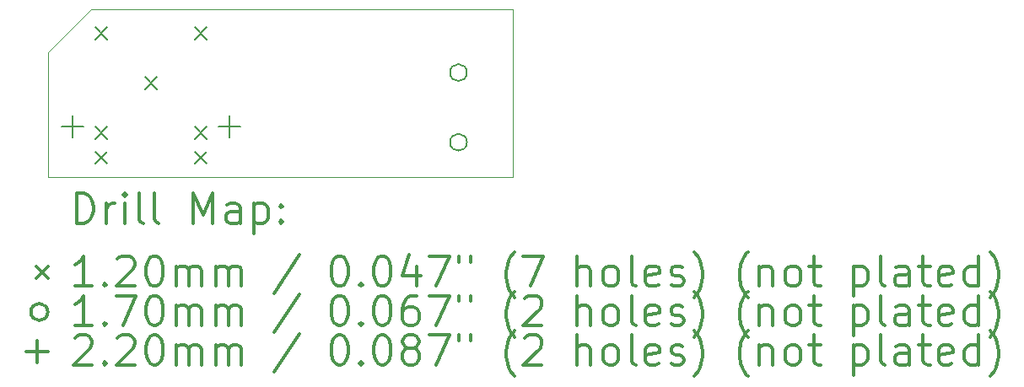
<source format=gbr>
%FSLAX45Y45*%
G04 Gerber Fmt 4.5, Leading zero omitted, Abs format (unit mm)*
G04 Created by KiCad (PCBNEW (5.1.6)-1) date 2024-02-19 11:37:00*
%MOMM*%
%LPD*%
G01*
G04 APERTURE LIST*
%TA.AperFunction,Profile*%
%ADD10C,0.050000*%
%TD*%
%ADD11C,0.200000*%
%ADD12C,0.300000*%
G04 APERTURE END LIST*
D10*
X12700000Y-10179050D02*
X13131800Y-9747250D01*
X12700000Y-11430000D02*
X12700000Y-10179050D01*
X17367250Y-9747250D02*
X13131800Y-9747250D01*
X17367250Y-11430000D02*
X17367250Y-9747250D01*
X12700000Y-11430000D02*
X17367250Y-11430000D01*
D11*
X13175050Y-9930200D02*
X13295050Y-10050200D01*
X13295050Y-9930200D02*
X13175050Y-10050200D01*
X13175050Y-10930200D02*
X13295050Y-11050200D01*
X13295050Y-10930200D02*
X13175050Y-11050200D01*
X13175050Y-11180200D02*
X13295050Y-11300200D01*
X13295050Y-11180200D02*
X13175050Y-11300200D01*
X13675050Y-10430200D02*
X13795050Y-10550200D01*
X13795050Y-10430200D02*
X13675050Y-10550200D01*
X14175050Y-9930200D02*
X14295050Y-10050200D01*
X14295050Y-9930200D02*
X14175050Y-10050200D01*
X14175050Y-10930200D02*
X14295050Y-11050200D01*
X14295050Y-10930200D02*
X14175050Y-11050200D01*
X14175050Y-11180200D02*
X14295050Y-11300200D01*
X14295050Y-11180200D02*
X14175050Y-11300200D01*
X16904450Y-10385050D02*
G75*
G03*
X16904450Y-10385050I-85000J0D01*
G01*
X16904450Y-11085050D02*
G75*
G03*
X16904450Y-11085050I-85000J0D01*
G01*
X12947650Y-10818350D02*
X12947650Y-11038350D01*
X12837650Y-10928350D02*
X13057650Y-10928350D01*
X14522450Y-10818350D02*
X14522450Y-11038350D01*
X14412450Y-10928350D02*
X14632450Y-10928350D01*
D12*
X12983928Y-11898214D02*
X12983928Y-11598214D01*
X13055357Y-11598214D01*
X13098214Y-11612500D01*
X13126786Y-11641071D01*
X13141071Y-11669643D01*
X13155357Y-11726786D01*
X13155357Y-11769643D01*
X13141071Y-11826786D01*
X13126786Y-11855357D01*
X13098214Y-11883929D01*
X13055357Y-11898214D01*
X12983928Y-11898214D01*
X13283928Y-11898214D02*
X13283928Y-11698214D01*
X13283928Y-11755357D02*
X13298214Y-11726786D01*
X13312500Y-11712500D01*
X13341071Y-11698214D01*
X13369643Y-11698214D01*
X13469643Y-11898214D02*
X13469643Y-11698214D01*
X13469643Y-11598214D02*
X13455357Y-11612500D01*
X13469643Y-11626786D01*
X13483928Y-11612500D01*
X13469643Y-11598214D01*
X13469643Y-11626786D01*
X13655357Y-11898214D02*
X13626786Y-11883929D01*
X13612500Y-11855357D01*
X13612500Y-11598214D01*
X13812500Y-11898214D02*
X13783928Y-11883929D01*
X13769643Y-11855357D01*
X13769643Y-11598214D01*
X14155357Y-11898214D02*
X14155357Y-11598214D01*
X14255357Y-11812500D01*
X14355357Y-11598214D01*
X14355357Y-11898214D01*
X14626786Y-11898214D02*
X14626786Y-11741071D01*
X14612500Y-11712500D01*
X14583928Y-11698214D01*
X14526786Y-11698214D01*
X14498214Y-11712500D01*
X14626786Y-11883929D02*
X14598214Y-11898214D01*
X14526786Y-11898214D01*
X14498214Y-11883929D01*
X14483928Y-11855357D01*
X14483928Y-11826786D01*
X14498214Y-11798214D01*
X14526786Y-11783929D01*
X14598214Y-11783929D01*
X14626786Y-11769643D01*
X14769643Y-11698214D02*
X14769643Y-11998214D01*
X14769643Y-11712500D02*
X14798214Y-11698214D01*
X14855357Y-11698214D01*
X14883928Y-11712500D01*
X14898214Y-11726786D01*
X14912500Y-11755357D01*
X14912500Y-11841071D01*
X14898214Y-11869643D01*
X14883928Y-11883929D01*
X14855357Y-11898214D01*
X14798214Y-11898214D01*
X14769643Y-11883929D01*
X15041071Y-11869643D02*
X15055357Y-11883929D01*
X15041071Y-11898214D01*
X15026786Y-11883929D01*
X15041071Y-11869643D01*
X15041071Y-11898214D01*
X15041071Y-11712500D02*
X15055357Y-11726786D01*
X15041071Y-11741071D01*
X15026786Y-11726786D01*
X15041071Y-11712500D01*
X15041071Y-11741071D01*
X12577500Y-12332500D02*
X12697500Y-12452500D01*
X12697500Y-12332500D02*
X12577500Y-12452500D01*
X13141071Y-12528214D02*
X12969643Y-12528214D01*
X13055357Y-12528214D02*
X13055357Y-12228214D01*
X13026786Y-12271071D01*
X12998214Y-12299643D01*
X12969643Y-12313929D01*
X13269643Y-12499643D02*
X13283928Y-12513929D01*
X13269643Y-12528214D01*
X13255357Y-12513929D01*
X13269643Y-12499643D01*
X13269643Y-12528214D01*
X13398214Y-12256786D02*
X13412500Y-12242500D01*
X13441071Y-12228214D01*
X13512500Y-12228214D01*
X13541071Y-12242500D01*
X13555357Y-12256786D01*
X13569643Y-12285357D01*
X13569643Y-12313929D01*
X13555357Y-12356786D01*
X13383928Y-12528214D01*
X13569643Y-12528214D01*
X13755357Y-12228214D02*
X13783928Y-12228214D01*
X13812500Y-12242500D01*
X13826786Y-12256786D01*
X13841071Y-12285357D01*
X13855357Y-12342500D01*
X13855357Y-12413929D01*
X13841071Y-12471071D01*
X13826786Y-12499643D01*
X13812500Y-12513929D01*
X13783928Y-12528214D01*
X13755357Y-12528214D01*
X13726786Y-12513929D01*
X13712500Y-12499643D01*
X13698214Y-12471071D01*
X13683928Y-12413929D01*
X13683928Y-12342500D01*
X13698214Y-12285357D01*
X13712500Y-12256786D01*
X13726786Y-12242500D01*
X13755357Y-12228214D01*
X13983928Y-12528214D02*
X13983928Y-12328214D01*
X13983928Y-12356786D02*
X13998214Y-12342500D01*
X14026786Y-12328214D01*
X14069643Y-12328214D01*
X14098214Y-12342500D01*
X14112500Y-12371071D01*
X14112500Y-12528214D01*
X14112500Y-12371071D02*
X14126786Y-12342500D01*
X14155357Y-12328214D01*
X14198214Y-12328214D01*
X14226786Y-12342500D01*
X14241071Y-12371071D01*
X14241071Y-12528214D01*
X14383928Y-12528214D02*
X14383928Y-12328214D01*
X14383928Y-12356786D02*
X14398214Y-12342500D01*
X14426786Y-12328214D01*
X14469643Y-12328214D01*
X14498214Y-12342500D01*
X14512500Y-12371071D01*
X14512500Y-12528214D01*
X14512500Y-12371071D02*
X14526786Y-12342500D01*
X14555357Y-12328214D01*
X14598214Y-12328214D01*
X14626786Y-12342500D01*
X14641071Y-12371071D01*
X14641071Y-12528214D01*
X15226786Y-12213929D02*
X14969643Y-12599643D01*
X15612500Y-12228214D02*
X15641071Y-12228214D01*
X15669643Y-12242500D01*
X15683928Y-12256786D01*
X15698214Y-12285357D01*
X15712500Y-12342500D01*
X15712500Y-12413929D01*
X15698214Y-12471071D01*
X15683928Y-12499643D01*
X15669643Y-12513929D01*
X15641071Y-12528214D01*
X15612500Y-12528214D01*
X15583928Y-12513929D01*
X15569643Y-12499643D01*
X15555357Y-12471071D01*
X15541071Y-12413929D01*
X15541071Y-12342500D01*
X15555357Y-12285357D01*
X15569643Y-12256786D01*
X15583928Y-12242500D01*
X15612500Y-12228214D01*
X15841071Y-12499643D02*
X15855357Y-12513929D01*
X15841071Y-12528214D01*
X15826786Y-12513929D01*
X15841071Y-12499643D01*
X15841071Y-12528214D01*
X16041071Y-12228214D02*
X16069643Y-12228214D01*
X16098214Y-12242500D01*
X16112500Y-12256786D01*
X16126786Y-12285357D01*
X16141071Y-12342500D01*
X16141071Y-12413929D01*
X16126786Y-12471071D01*
X16112500Y-12499643D01*
X16098214Y-12513929D01*
X16069643Y-12528214D01*
X16041071Y-12528214D01*
X16012500Y-12513929D01*
X15998214Y-12499643D01*
X15983928Y-12471071D01*
X15969643Y-12413929D01*
X15969643Y-12342500D01*
X15983928Y-12285357D01*
X15998214Y-12256786D01*
X16012500Y-12242500D01*
X16041071Y-12228214D01*
X16398214Y-12328214D02*
X16398214Y-12528214D01*
X16326786Y-12213929D02*
X16255357Y-12428214D01*
X16441071Y-12428214D01*
X16526786Y-12228214D02*
X16726786Y-12228214D01*
X16598214Y-12528214D01*
X16826786Y-12228214D02*
X16826786Y-12285357D01*
X16941071Y-12228214D02*
X16941071Y-12285357D01*
X17383928Y-12642500D02*
X17369643Y-12628214D01*
X17341071Y-12585357D01*
X17326786Y-12556786D01*
X17312500Y-12513929D01*
X17298214Y-12442500D01*
X17298214Y-12385357D01*
X17312500Y-12313929D01*
X17326786Y-12271071D01*
X17341071Y-12242500D01*
X17369643Y-12199643D01*
X17383928Y-12185357D01*
X17469643Y-12228214D02*
X17669643Y-12228214D01*
X17541071Y-12528214D01*
X18012500Y-12528214D02*
X18012500Y-12228214D01*
X18141071Y-12528214D02*
X18141071Y-12371071D01*
X18126786Y-12342500D01*
X18098214Y-12328214D01*
X18055357Y-12328214D01*
X18026786Y-12342500D01*
X18012500Y-12356786D01*
X18326786Y-12528214D02*
X18298214Y-12513929D01*
X18283928Y-12499643D01*
X18269643Y-12471071D01*
X18269643Y-12385357D01*
X18283928Y-12356786D01*
X18298214Y-12342500D01*
X18326786Y-12328214D01*
X18369643Y-12328214D01*
X18398214Y-12342500D01*
X18412500Y-12356786D01*
X18426786Y-12385357D01*
X18426786Y-12471071D01*
X18412500Y-12499643D01*
X18398214Y-12513929D01*
X18369643Y-12528214D01*
X18326786Y-12528214D01*
X18598214Y-12528214D02*
X18569643Y-12513929D01*
X18555357Y-12485357D01*
X18555357Y-12228214D01*
X18826786Y-12513929D02*
X18798214Y-12528214D01*
X18741071Y-12528214D01*
X18712500Y-12513929D01*
X18698214Y-12485357D01*
X18698214Y-12371071D01*
X18712500Y-12342500D01*
X18741071Y-12328214D01*
X18798214Y-12328214D01*
X18826786Y-12342500D01*
X18841071Y-12371071D01*
X18841071Y-12399643D01*
X18698214Y-12428214D01*
X18955357Y-12513929D02*
X18983928Y-12528214D01*
X19041071Y-12528214D01*
X19069643Y-12513929D01*
X19083928Y-12485357D01*
X19083928Y-12471071D01*
X19069643Y-12442500D01*
X19041071Y-12428214D01*
X18998214Y-12428214D01*
X18969643Y-12413929D01*
X18955357Y-12385357D01*
X18955357Y-12371071D01*
X18969643Y-12342500D01*
X18998214Y-12328214D01*
X19041071Y-12328214D01*
X19069643Y-12342500D01*
X19183928Y-12642500D02*
X19198214Y-12628214D01*
X19226786Y-12585357D01*
X19241071Y-12556786D01*
X19255357Y-12513929D01*
X19269643Y-12442500D01*
X19269643Y-12385357D01*
X19255357Y-12313929D01*
X19241071Y-12271071D01*
X19226786Y-12242500D01*
X19198214Y-12199643D01*
X19183928Y-12185357D01*
X19726786Y-12642500D02*
X19712500Y-12628214D01*
X19683928Y-12585357D01*
X19669643Y-12556786D01*
X19655357Y-12513929D01*
X19641071Y-12442500D01*
X19641071Y-12385357D01*
X19655357Y-12313929D01*
X19669643Y-12271071D01*
X19683928Y-12242500D01*
X19712500Y-12199643D01*
X19726786Y-12185357D01*
X19841071Y-12328214D02*
X19841071Y-12528214D01*
X19841071Y-12356786D02*
X19855357Y-12342500D01*
X19883928Y-12328214D01*
X19926786Y-12328214D01*
X19955357Y-12342500D01*
X19969643Y-12371071D01*
X19969643Y-12528214D01*
X20155357Y-12528214D02*
X20126786Y-12513929D01*
X20112500Y-12499643D01*
X20098214Y-12471071D01*
X20098214Y-12385357D01*
X20112500Y-12356786D01*
X20126786Y-12342500D01*
X20155357Y-12328214D01*
X20198214Y-12328214D01*
X20226786Y-12342500D01*
X20241071Y-12356786D01*
X20255357Y-12385357D01*
X20255357Y-12471071D01*
X20241071Y-12499643D01*
X20226786Y-12513929D01*
X20198214Y-12528214D01*
X20155357Y-12528214D01*
X20341071Y-12328214D02*
X20455357Y-12328214D01*
X20383928Y-12228214D02*
X20383928Y-12485357D01*
X20398214Y-12513929D01*
X20426786Y-12528214D01*
X20455357Y-12528214D01*
X20783928Y-12328214D02*
X20783928Y-12628214D01*
X20783928Y-12342500D02*
X20812500Y-12328214D01*
X20869643Y-12328214D01*
X20898214Y-12342500D01*
X20912500Y-12356786D01*
X20926786Y-12385357D01*
X20926786Y-12471071D01*
X20912500Y-12499643D01*
X20898214Y-12513929D01*
X20869643Y-12528214D01*
X20812500Y-12528214D01*
X20783928Y-12513929D01*
X21098214Y-12528214D02*
X21069643Y-12513929D01*
X21055357Y-12485357D01*
X21055357Y-12228214D01*
X21341071Y-12528214D02*
X21341071Y-12371071D01*
X21326786Y-12342500D01*
X21298214Y-12328214D01*
X21241071Y-12328214D01*
X21212500Y-12342500D01*
X21341071Y-12513929D02*
X21312500Y-12528214D01*
X21241071Y-12528214D01*
X21212500Y-12513929D01*
X21198214Y-12485357D01*
X21198214Y-12456786D01*
X21212500Y-12428214D01*
X21241071Y-12413929D01*
X21312500Y-12413929D01*
X21341071Y-12399643D01*
X21441071Y-12328214D02*
X21555357Y-12328214D01*
X21483928Y-12228214D02*
X21483928Y-12485357D01*
X21498214Y-12513929D01*
X21526786Y-12528214D01*
X21555357Y-12528214D01*
X21769643Y-12513929D02*
X21741071Y-12528214D01*
X21683928Y-12528214D01*
X21655357Y-12513929D01*
X21641071Y-12485357D01*
X21641071Y-12371071D01*
X21655357Y-12342500D01*
X21683928Y-12328214D01*
X21741071Y-12328214D01*
X21769643Y-12342500D01*
X21783928Y-12371071D01*
X21783928Y-12399643D01*
X21641071Y-12428214D01*
X22041071Y-12528214D02*
X22041071Y-12228214D01*
X22041071Y-12513929D02*
X22012500Y-12528214D01*
X21955357Y-12528214D01*
X21926786Y-12513929D01*
X21912500Y-12499643D01*
X21898214Y-12471071D01*
X21898214Y-12385357D01*
X21912500Y-12356786D01*
X21926786Y-12342500D01*
X21955357Y-12328214D01*
X22012500Y-12328214D01*
X22041071Y-12342500D01*
X22155357Y-12642500D02*
X22169643Y-12628214D01*
X22198214Y-12585357D01*
X22212500Y-12556786D01*
X22226786Y-12513929D01*
X22241071Y-12442500D01*
X22241071Y-12385357D01*
X22226786Y-12313929D01*
X22212500Y-12271071D01*
X22198214Y-12242500D01*
X22169643Y-12199643D01*
X22155357Y-12185357D01*
X12697500Y-12788500D02*
G75*
G03*
X12697500Y-12788500I-85000J0D01*
G01*
X13141071Y-12924214D02*
X12969643Y-12924214D01*
X13055357Y-12924214D02*
X13055357Y-12624214D01*
X13026786Y-12667071D01*
X12998214Y-12695643D01*
X12969643Y-12709929D01*
X13269643Y-12895643D02*
X13283928Y-12909929D01*
X13269643Y-12924214D01*
X13255357Y-12909929D01*
X13269643Y-12895643D01*
X13269643Y-12924214D01*
X13383928Y-12624214D02*
X13583928Y-12624214D01*
X13455357Y-12924214D01*
X13755357Y-12624214D02*
X13783928Y-12624214D01*
X13812500Y-12638500D01*
X13826786Y-12652786D01*
X13841071Y-12681357D01*
X13855357Y-12738500D01*
X13855357Y-12809929D01*
X13841071Y-12867071D01*
X13826786Y-12895643D01*
X13812500Y-12909929D01*
X13783928Y-12924214D01*
X13755357Y-12924214D01*
X13726786Y-12909929D01*
X13712500Y-12895643D01*
X13698214Y-12867071D01*
X13683928Y-12809929D01*
X13683928Y-12738500D01*
X13698214Y-12681357D01*
X13712500Y-12652786D01*
X13726786Y-12638500D01*
X13755357Y-12624214D01*
X13983928Y-12924214D02*
X13983928Y-12724214D01*
X13983928Y-12752786D02*
X13998214Y-12738500D01*
X14026786Y-12724214D01*
X14069643Y-12724214D01*
X14098214Y-12738500D01*
X14112500Y-12767071D01*
X14112500Y-12924214D01*
X14112500Y-12767071D02*
X14126786Y-12738500D01*
X14155357Y-12724214D01*
X14198214Y-12724214D01*
X14226786Y-12738500D01*
X14241071Y-12767071D01*
X14241071Y-12924214D01*
X14383928Y-12924214D02*
X14383928Y-12724214D01*
X14383928Y-12752786D02*
X14398214Y-12738500D01*
X14426786Y-12724214D01*
X14469643Y-12724214D01*
X14498214Y-12738500D01*
X14512500Y-12767071D01*
X14512500Y-12924214D01*
X14512500Y-12767071D02*
X14526786Y-12738500D01*
X14555357Y-12724214D01*
X14598214Y-12724214D01*
X14626786Y-12738500D01*
X14641071Y-12767071D01*
X14641071Y-12924214D01*
X15226786Y-12609929D02*
X14969643Y-12995643D01*
X15612500Y-12624214D02*
X15641071Y-12624214D01*
X15669643Y-12638500D01*
X15683928Y-12652786D01*
X15698214Y-12681357D01*
X15712500Y-12738500D01*
X15712500Y-12809929D01*
X15698214Y-12867071D01*
X15683928Y-12895643D01*
X15669643Y-12909929D01*
X15641071Y-12924214D01*
X15612500Y-12924214D01*
X15583928Y-12909929D01*
X15569643Y-12895643D01*
X15555357Y-12867071D01*
X15541071Y-12809929D01*
X15541071Y-12738500D01*
X15555357Y-12681357D01*
X15569643Y-12652786D01*
X15583928Y-12638500D01*
X15612500Y-12624214D01*
X15841071Y-12895643D02*
X15855357Y-12909929D01*
X15841071Y-12924214D01*
X15826786Y-12909929D01*
X15841071Y-12895643D01*
X15841071Y-12924214D01*
X16041071Y-12624214D02*
X16069643Y-12624214D01*
X16098214Y-12638500D01*
X16112500Y-12652786D01*
X16126786Y-12681357D01*
X16141071Y-12738500D01*
X16141071Y-12809929D01*
X16126786Y-12867071D01*
X16112500Y-12895643D01*
X16098214Y-12909929D01*
X16069643Y-12924214D01*
X16041071Y-12924214D01*
X16012500Y-12909929D01*
X15998214Y-12895643D01*
X15983928Y-12867071D01*
X15969643Y-12809929D01*
X15969643Y-12738500D01*
X15983928Y-12681357D01*
X15998214Y-12652786D01*
X16012500Y-12638500D01*
X16041071Y-12624214D01*
X16398214Y-12624214D02*
X16341071Y-12624214D01*
X16312500Y-12638500D01*
X16298214Y-12652786D01*
X16269643Y-12695643D01*
X16255357Y-12752786D01*
X16255357Y-12867071D01*
X16269643Y-12895643D01*
X16283928Y-12909929D01*
X16312500Y-12924214D01*
X16369643Y-12924214D01*
X16398214Y-12909929D01*
X16412500Y-12895643D01*
X16426786Y-12867071D01*
X16426786Y-12795643D01*
X16412500Y-12767071D01*
X16398214Y-12752786D01*
X16369643Y-12738500D01*
X16312500Y-12738500D01*
X16283928Y-12752786D01*
X16269643Y-12767071D01*
X16255357Y-12795643D01*
X16526786Y-12624214D02*
X16726786Y-12624214D01*
X16598214Y-12924214D01*
X16826786Y-12624214D02*
X16826786Y-12681357D01*
X16941071Y-12624214D02*
X16941071Y-12681357D01*
X17383928Y-13038500D02*
X17369643Y-13024214D01*
X17341071Y-12981357D01*
X17326786Y-12952786D01*
X17312500Y-12909929D01*
X17298214Y-12838500D01*
X17298214Y-12781357D01*
X17312500Y-12709929D01*
X17326786Y-12667071D01*
X17341071Y-12638500D01*
X17369643Y-12595643D01*
X17383928Y-12581357D01*
X17483928Y-12652786D02*
X17498214Y-12638500D01*
X17526786Y-12624214D01*
X17598214Y-12624214D01*
X17626786Y-12638500D01*
X17641071Y-12652786D01*
X17655357Y-12681357D01*
X17655357Y-12709929D01*
X17641071Y-12752786D01*
X17469643Y-12924214D01*
X17655357Y-12924214D01*
X18012500Y-12924214D02*
X18012500Y-12624214D01*
X18141071Y-12924214D02*
X18141071Y-12767071D01*
X18126786Y-12738500D01*
X18098214Y-12724214D01*
X18055357Y-12724214D01*
X18026786Y-12738500D01*
X18012500Y-12752786D01*
X18326786Y-12924214D02*
X18298214Y-12909929D01*
X18283928Y-12895643D01*
X18269643Y-12867071D01*
X18269643Y-12781357D01*
X18283928Y-12752786D01*
X18298214Y-12738500D01*
X18326786Y-12724214D01*
X18369643Y-12724214D01*
X18398214Y-12738500D01*
X18412500Y-12752786D01*
X18426786Y-12781357D01*
X18426786Y-12867071D01*
X18412500Y-12895643D01*
X18398214Y-12909929D01*
X18369643Y-12924214D01*
X18326786Y-12924214D01*
X18598214Y-12924214D02*
X18569643Y-12909929D01*
X18555357Y-12881357D01*
X18555357Y-12624214D01*
X18826786Y-12909929D02*
X18798214Y-12924214D01*
X18741071Y-12924214D01*
X18712500Y-12909929D01*
X18698214Y-12881357D01*
X18698214Y-12767071D01*
X18712500Y-12738500D01*
X18741071Y-12724214D01*
X18798214Y-12724214D01*
X18826786Y-12738500D01*
X18841071Y-12767071D01*
X18841071Y-12795643D01*
X18698214Y-12824214D01*
X18955357Y-12909929D02*
X18983928Y-12924214D01*
X19041071Y-12924214D01*
X19069643Y-12909929D01*
X19083928Y-12881357D01*
X19083928Y-12867071D01*
X19069643Y-12838500D01*
X19041071Y-12824214D01*
X18998214Y-12824214D01*
X18969643Y-12809929D01*
X18955357Y-12781357D01*
X18955357Y-12767071D01*
X18969643Y-12738500D01*
X18998214Y-12724214D01*
X19041071Y-12724214D01*
X19069643Y-12738500D01*
X19183928Y-13038500D02*
X19198214Y-13024214D01*
X19226786Y-12981357D01*
X19241071Y-12952786D01*
X19255357Y-12909929D01*
X19269643Y-12838500D01*
X19269643Y-12781357D01*
X19255357Y-12709929D01*
X19241071Y-12667071D01*
X19226786Y-12638500D01*
X19198214Y-12595643D01*
X19183928Y-12581357D01*
X19726786Y-13038500D02*
X19712500Y-13024214D01*
X19683928Y-12981357D01*
X19669643Y-12952786D01*
X19655357Y-12909929D01*
X19641071Y-12838500D01*
X19641071Y-12781357D01*
X19655357Y-12709929D01*
X19669643Y-12667071D01*
X19683928Y-12638500D01*
X19712500Y-12595643D01*
X19726786Y-12581357D01*
X19841071Y-12724214D02*
X19841071Y-12924214D01*
X19841071Y-12752786D02*
X19855357Y-12738500D01*
X19883928Y-12724214D01*
X19926786Y-12724214D01*
X19955357Y-12738500D01*
X19969643Y-12767071D01*
X19969643Y-12924214D01*
X20155357Y-12924214D02*
X20126786Y-12909929D01*
X20112500Y-12895643D01*
X20098214Y-12867071D01*
X20098214Y-12781357D01*
X20112500Y-12752786D01*
X20126786Y-12738500D01*
X20155357Y-12724214D01*
X20198214Y-12724214D01*
X20226786Y-12738500D01*
X20241071Y-12752786D01*
X20255357Y-12781357D01*
X20255357Y-12867071D01*
X20241071Y-12895643D01*
X20226786Y-12909929D01*
X20198214Y-12924214D01*
X20155357Y-12924214D01*
X20341071Y-12724214D02*
X20455357Y-12724214D01*
X20383928Y-12624214D02*
X20383928Y-12881357D01*
X20398214Y-12909929D01*
X20426786Y-12924214D01*
X20455357Y-12924214D01*
X20783928Y-12724214D02*
X20783928Y-13024214D01*
X20783928Y-12738500D02*
X20812500Y-12724214D01*
X20869643Y-12724214D01*
X20898214Y-12738500D01*
X20912500Y-12752786D01*
X20926786Y-12781357D01*
X20926786Y-12867071D01*
X20912500Y-12895643D01*
X20898214Y-12909929D01*
X20869643Y-12924214D01*
X20812500Y-12924214D01*
X20783928Y-12909929D01*
X21098214Y-12924214D02*
X21069643Y-12909929D01*
X21055357Y-12881357D01*
X21055357Y-12624214D01*
X21341071Y-12924214D02*
X21341071Y-12767071D01*
X21326786Y-12738500D01*
X21298214Y-12724214D01*
X21241071Y-12724214D01*
X21212500Y-12738500D01*
X21341071Y-12909929D02*
X21312500Y-12924214D01*
X21241071Y-12924214D01*
X21212500Y-12909929D01*
X21198214Y-12881357D01*
X21198214Y-12852786D01*
X21212500Y-12824214D01*
X21241071Y-12809929D01*
X21312500Y-12809929D01*
X21341071Y-12795643D01*
X21441071Y-12724214D02*
X21555357Y-12724214D01*
X21483928Y-12624214D02*
X21483928Y-12881357D01*
X21498214Y-12909929D01*
X21526786Y-12924214D01*
X21555357Y-12924214D01*
X21769643Y-12909929D02*
X21741071Y-12924214D01*
X21683928Y-12924214D01*
X21655357Y-12909929D01*
X21641071Y-12881357D01*
X21641071Y-12767071D01*
X21655357Y-12738500D01*
X21683928Y-12724214D01*
X21741071Y-12724214D01*
X21769643Y-12738500D01*
X21783928Y-12767071D01*
X21783928Y-12795643D01*
X21641071Y-12824214D01*
X22041071Y-12924214D02*
X22041071Y-12624214D01*
X22041071Y-12909929D02*
X22012500Y-12924214D01*
X21955357Y-12924214D01*
X21926786Y-12909929D01*
X21912500Y-12895643D01*
X21898214Y-12867071D01*
X21898214Y-12781357D01*
X21912500Y-12752786D01*
X21926786Y-12738500D01*
X21955357Y-12724214D01*
X22012500Y-12724214D01*
X22041071Y-12738500D01*
X22155357Y-13038500D02*
X22169643Y-13024214D01*
X22198214Y-12981357D01*
X22212500Y-12952786D01*
X22226786Y-12909929D01*
X22241071Y-12838500D01*
X22241071Y-12781357D01*
X22226786Y-12709929D01*
X22212500Y-12667071D01*
X22198214Y-12638500D01*
X22169643Y-12595643D01*
X22155357Y-12581357D01*
X12587500Y-13074500D02*
X12587500Y-13294500D01*
X12477500Y-13184500D02*
X12697500Y-13184500D01*
X12969643Y-13048786D02*
X12983928Y-13034500D01*
X13012500Y-13020214D01*
X13083928Y-13020214D01*
X13112500Y-13034500D01*
X13126786Y-13048786D01*
X13141071Y-13077357D01*
X13141071Y-13105929D01*
X13126786Y-13148786D01*
X12955357Y-13320214D01*
X13141071Y-13320214D01*
X13269643Y-13291643D02*
X13283928Y-13305929D01*
X13269643Y-13320214D01*
X13255357Y-13305929D01*
X13269643Y-13291643D01*
X13269643Y-13320214D01*
X13398214Y-13048786D02*
X13412500Y-13034500D01*
X13441071Y-13020214D01*
X13512500Y-13020214D01*
X13541071Y-13034500D01*
X13555357Y-13048786D01*
X13569643Y-13077357D01*
X13569643Y-13105929D01*
X13555357Y-13148786D01*
X13383928Y-13320214D01*
X13569643Y-13320214D01*
X13755357Y-13020214D02*
X13783928Y-13020214D01*
X13812500Y-13034500D01*
X13826786Y-13048786D01*
X13841071Y-13077357D01*
X13855357Y-13134500D01*
X13855357Y-13205929D01*
X13841071Y-13263071D01*
X13826786Y-13291643D01*
X13812500Y-13305929D01*
X13783928Y-13320214D01*
X13755357Y-13320214D01*
X13726786Y-13305929D01*
X13712500Y-13291643D01*
X13698214Y-13263071D01*
X13683928Y-13205929D01*
X13683928Y-13134500D01*
X13698214Y-13077357D01*
X13712500Y-13048786D01*
X13726786Y-13034500D01*
X13755357Y-13020214D01*
X13983928Y-13320214D02*
X13983928Y-13120214D01*
X13983928Y-13148786D02*
X13998214Y-13134500D01*
X14026786Y-13120214D01*
X14069643Y-13120214D01*
X14098214Y-13134500D01*
X14112500Y-13163071D01*
X14112500Y-13320214D01*
X14112500Y-13163071D02*
X14126786Y-13134500D01*
X14155357Y-13120214D01*
X14198214Y-13120214D01*
X14226786Y-13134500D01*
X14241071Y-13163071D01*
X14241071Y-13320214D01*
X14383928Y-13320214D02*
X14383928Y-13120214D01*
X14383928Y-13148786D02*
X14398214Y-13134500D01*
X14426786Y-13120214D01*
X14469643Y-13120214D01*
X14498214Y-13134500D01*
X14512500Y-13163071D01*
X14512500Y-13320214D01*
X14512500Y-13163071D02*
X14526786Y-13134500D01*
X14555357Y-13120214D01*
X14598214Y-13120214D01*
X14626786Y-13134500D01*
X14641071Y-13163071D01*
X14641071Y-13320214D01*
X15226786Y-13005929D02*
X14969643Y-13391643D01*
X15612500Y-13020214D02*
X15641071Y-13020214D01*
X15669643Y-13034500D01*
X15683928Y-13048786D01*
X15698214Y-13077357D01*
X15712500Y-13134500D01*
X15712500Y-13205929D01*
X15698214Y-13263071D01*
X15683928Y-13291643D01*
X15669643Y-13305929D01*
X15641071Y-13320214D01*
X15612500Y-13320214D01*
X15583928Y-13305929D01*
X15569643Y-13291643D01*
X15555357Y-13263071D01*
X15541071Y-13205929D01*
X15541071Y-13134500D01*
X15555357Y-13077357D01*
X15569643Y-13048786D01*
X15583928Y-13034500D01*
X15612500Y-13020214D01*
X15841071Y-13291643D02*
X15855357Y-13305929D01*
X15841071Y-13320214D01*
X15826786Y-13305929D01*
X15841071Y-13291643D01*
X15841071Y-13320214D01*
X16041071Y-13020214D02*
X16069643Y-13020214D01*
X16098214Y-13034500D01*
X16112500Y-13048786D01*
X16126786Y-13077357D01*
X16141071Y-13134500D01*
X16141071Y-13205929D01*
X16126786Y-13263071D01*
X16112500Y-13291643D01*
X16098214Y-13305929D01*
X16069643Y-13320214D01*
X16041071Y-13320214D01*
X16012500Y-13305929D01*
X15998214Y-13291643D01*
X15983928Y-13263071D01*
X15969643Y-13205929D01*
X15969643Y-13134500D01*
X15983928Y-13077357D01*
X15998214Y-13048786D01*
X16012500Y-13034500D01*
X16041071Y-13020214D01*
X16312500Y-13148786D02*
X16283928Y-13134500D01*
X16269643Y-13120214D01*
X16255357Y-13091643D01*
X16255357Y-13077357D01*
X16269643Y-13048786D01*
X16283928Y-13034500D01*
X16312500Y-13020214D01*
X16369643Y-13020214D01*
X16398214Y-13034500D01*
X16412500Y-13048786D01*
X16426786Y-13077357D01*
X16426786Y-13091643D01*
X16412500Y-13120214D01*
X16398214Y-13134500D01*
X16369643Y-13148786D01*
X16312500Y-13148786D01*
X16283928Y-13163071D01*
X16269643Y-13177357D01*
X16255357Y-13205929D01*
X16255357Y-13263071D01*
X16269643Y-13291643D01*
X16283928Y-13305929D01*
X16312500Y-13320214D01*
X16369643Y-13320214D01*
X16398214Y-13305929D01*
X16412500Y-13291643D01*
X16426786Y-13263071D01*
X16426786Y-13205929D01*
X16412500Y-13177357D01*
X16398214Y-13163071D01*
X16369643Y-13148786D01*
X16526786Y-13020214D02*
X16726786Y-13020214D01*
X16598214Y-13320214D01*
X16826786Y-13020214D02*
X16826786Y-13077357D01*
X16941071Y-13020214D02*
X16941071Y-13077357D01*
X17383928Y-13434500D02*
X17369643Y-13420214D01*
X17341071Y-13377357D01*
X17326786Y-13348786D01*
X17312500Y-13305929D01*
X17298214Y-13234500D01*
X17298214Y-13177357D01*
X17312500Y-13105929D01*
X17326786Y-13063071D01*
X17341071Y-13034500D01*
X17369643Y-12991643D01*
X17383928Y-12977357D01*
X17483928Y-13048786D02*
X17498214Y-13034500D01*
X17526786Y-13020214D01*
X17598214Y-13020214D01*
X17626786Y-13034500D01*
X17641071Y-13048786D01*
X17655357Y-13077357D01*
X17655357Y-13105929D01*
X17641071Y-13148786D01*
X17469643Y-13320214D01*
X17655357Y-13320214D01*
X18012500Y-13320214D02*
X18012500Y-13020214D01*
X18141071Y-13320214D02*
X18141071Y-13163071D01*
X18126786Y-13134500D01*
X18098214Y-13120214D01*
X18055357Y-13120214D01*
X18026786Y-13134500D01*
X18012500Y-13148786D01*
X18326786Y-13320214D02*
X18298214Y-13305929D01*
X18283928Y-13291643D01*
X18269643Y-13263071D01*
X18269643Y-13177357D01*
X18283928Y-13148786D01*
X18298214Y-13134500D01*
X18326786Y-13120214D01*
X18369643Y-13120214D01*
X18398214Y-13134500D01*
X18412500Y-13148786D01*
X18426786Y-13177357D01*
X18426786Y-13263071D01*
X18412500Y-13291643D01*
X18398214Y-13305929D01*
X18369643Y-13320214D01*
X18326786Y-13320214D01*
X18598214Y-13320214D02*
X18569643Y-13305929D01*
X18555357Y-13277357D01*
X18555357Y-13020214D01*
X18826786Y-13305929D02*
X18798214Y-13320214D01*
X18741071Y-13320214D01*
X18712500Y-13305929D01*
X18698214Y-13277357D01*
X18698214Y-13163071D01*
X18712500Y-13134500D01*
X18741071Y-13120214D01*
X18798214Y-13120214D01*
X18826786Y-13134500D01*
X18841071Y-13163071D01*
X18841071Y-13191643D01*
X18698214Y-13220214D01*
X18955357Y-13305929D02*
X18983928Y-13320214D01*
X19041071Y-13320214D01*
X19069643Y-13305929D01*
X19083928Y-13277357D01*
X19083928Y-13263071D01*
X19069643Y-13234500D01*
X19041071Y-13220214D01*
X18998214Y-13220214D01*
X18969643Y-13205929D01*
X18955357Y-13177357D01*
X18955357Y-13163071D01*
X18969643Y-13134500D01*
X18998214Y-13120214D01*
X19041071Y-13120214D01*
X19069643Y-13134500D01*
X19183928Y-13434500D02*
X19198214Y-13420214D01*
X19226786Y-13377357D01*
X19241071Y-13348786D01*
X19255357Y-13305929D01*
X19269643Y-13234500D01*
X19269643Y-13177357D01*
X19255357Y-13105929D01*
X19241071Y-13063071D01*
X19226786Y-13034500D01*
X19198214Y-12991643D01*
X19183928Y-12977357D01*
X19726786Y-13434500D02*
X19712500Y-13420214D01*
X19683928Y-13377357D01*
X19669643Y-13348786D01*
X19655357Y-13305929D01*
X19641071Y-13234500D01*
X19641071Y-13177357D01*
X19655357Y-13105929D01*
X19669643Y-13063071D01*
X19683928Y-13034500D01*
X19712500Y-12991643D01*
X19726786Y-12977357D01*
X19841071Y-13120214D02*
X19841071Y-13320214D01*
X19841071Y-13148786D02*
X19855357Y-13134500D01*
X19883928Y-13120214D01*
X19926786Y-13120214D01*
X19955357Y-13134500D01*
X19969643Y-13163071D01*
X19969643Y-13320214D01*
X20155357Y-13320214D02*
X20126786Y-13305929D01*
X20112500Y-13291643D01*
X20098214Y-13263071D01*
X20098214Y-13177357D01*
X20112500Y-13148786D01*
X20126786Y-13134500D01*
X20155357Y-13120214D01*
X20198214Y-13120214D01*
X20226786Y-13134500D01*
X20241071Y-13148786D01*
X20255357Y-13177357D01*
X20255357Y-13263071D01*
X20241071Y-13291643D01*
X20226786Y-13305929D01*
X20198214Y-13320214D01*
X20155357Y-13320214D01*
X20341071Y-13120214D02*
X20455357Y-13120214D01*
X20383928Y-13020214D02*
X20383928Y-13277357D01*
X20398214Y-13305929D01*
X20426786Y-13320214D01*
X20455357Y-13320214D01*
X20783928Y-13120214D02*
X20783928Y-13420214D01*
X20783928Y-13134500D02*
X20812500Y-13120214D01*
X20869643Y-13120214D01*
X20898214Y-13134500D01*
X20912500Y-13148786D01*
X20926786Y-13177357D01*
X20926786Y-13263071D01*
X20912500Y-13291643D01*
X20898214Y-13305929D01*
X20869643Y-13320214D01*
X20812500Y-13320214D01*
X20783928Y-13305929D01*
X21098214Y-13320214D02*
X21069643Y-13305929D01*
X21055357Y-13277357D01*
X21055357Y-13020214D01*
X21341071Y-13320214D02*
X21341071Y-13163071D01*
X21326786Y-13134500D01*
X21298214Y-13120214D01*
X21241071Y-13120214D01*
X21212500Y-13134500D01*
X21341071Y-13305929D02*
X21312500Y-13320214D01*
X21241071Y-13320214D01*
X21212500Y-13305929D01*
X21198214Y-13277357D01*
X21198214Y-13248786D01*
X21212500Y-13220214D01*
X21241071Y-13205929D01*
X21312500Y-13205929D01*
X21341071Y-13191643D01*
X21441071Y-13120214D02*
X21555357Y-13120214D01*
X21483928Y-13020214D02*
X21483928Y-13277357D01*
X21498214Y-13305929D01*
X21526786Y-13320214D01*
X21555357Y-13320214D01*
X21769643Y-13305929D02*
X21741071Y-13320214D01*
X21683928Y-13320214D01*
X21655357Y-13305929D01*
X21641071Y-13277357D01*
X21641071Y-13163071D01*
X21655357Y-13134500D01*
X21683928Y-13120214D01*
X21741071Y-13120214D01*
X21769643Y-13134500D01*
X21783928Y-13163071D01*
X21783928Y-13191643D01*
X21641071Y-13220214D01*
X22041071Y-13320214D02*
X22041071Y-13020214D01*
X22041071Y-13305929D02*
X22012500Y-13320214D01*
X21955357Y-13320214D01*
X21926786Y-13305929D01*
X21912500Y-13291643D01*
X21898214Y-13263071D01*
X21898214Y-13177357D01*
X21912500Y-13148786D01*
X21926786Y-13134500D01*
X21955357Y-13120214D01*
X22012500Y-13120214D01*
X22041071Y-13134500D01*
X22155357Y-13434500D02*
X22169643Y-13420214D01*
X22198214Y-13377357D01*
X22212500Y-13348786D01*
X22226786Y-13305929D01*
X22241071Y-13234500D01*
X22241071Y-13177357D01*
X22226786Y-13105929D01*
X22212500Y-13063071D01*
X22198214Y-13034500D01*
X22169643Y-12991643D01*
X22155357Y-12977357D01*
M02*

</source>
